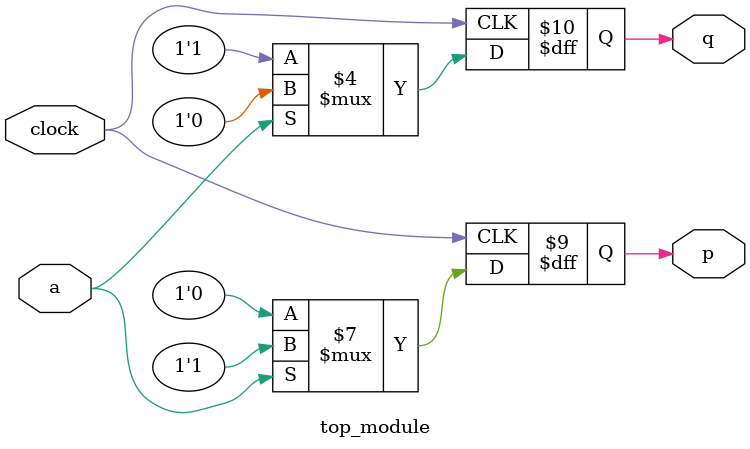
<source format=sv>
module top_module (
	input wire clock,
	input wire a, 
	output reg p,
	output reg q
);

	always @(posedge clock) begin
		if (a == 1'b1) begin
			p <= 1'b1;
			q <= 1'b0;
		end else begin
			p <= 1'b0;
			q <= 1'b1;
		end
	end

endmodule

</source>
